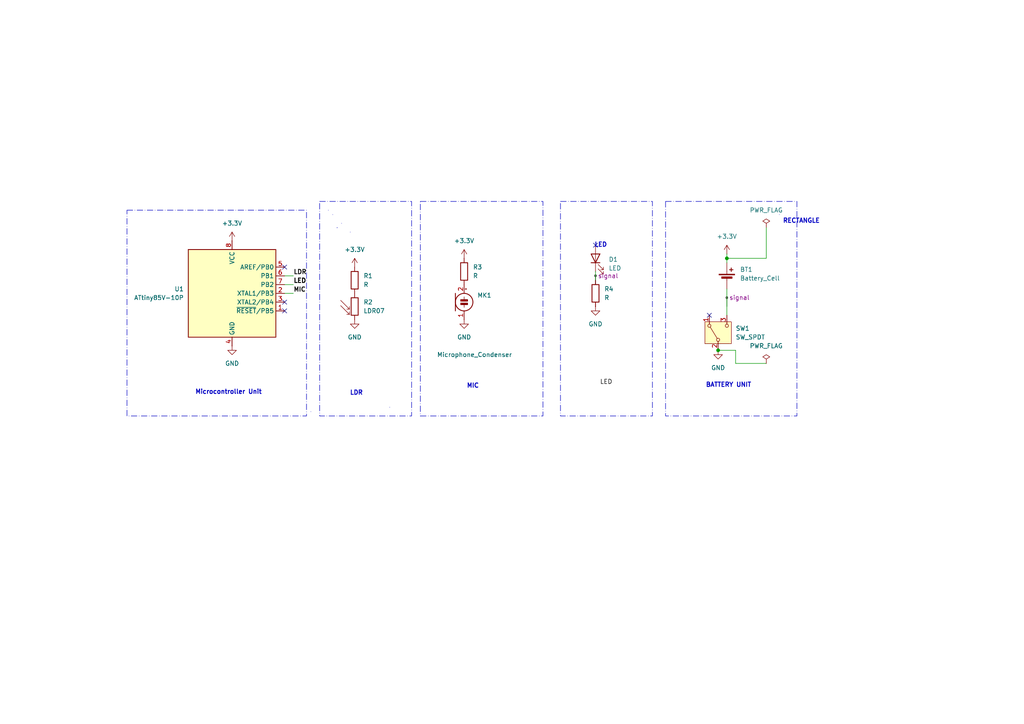
<source format=kicad_sch>
(kicad_sch
	(version 20250114)
	(generator "eeschema")
	(generator_version "9.0")
	(uuid "4a83e9b2-a010-4a8c-9ccd-d63e28b4c961")
	(paper "A4")
	(title_block
		(title "Digital Diya")
		(date "2025-06-14")
		(rev "2")
		(company "Ankur")
		(comment 1 "Hey newbie there")
	)
	(lib_symbols
		(symbol "Device:Battery_Cell"
			(pin_numbers
				(hide yes)
			)
			(pin_names
				(offset 0)
				(hide yes)
			)
			(exclude_from_sim no)
			(in_bom yes)
			(on_board yes)
			(property "Reference" "BT"
				(at 2.54 2.54 0)
				(effects
					(font
						(size 1.27 1.27)
					)
					(justify left)
				)
			)
			(property "Value" "Battery_Cell"
				(at 2.54 0 0)
				(effects
					(font
						(size 1.27 1.27)
					)
					(justify left)
				)
			)
			(property "Footprint" ""
				(at 0 1.524 90)
				(effects
					(font
						(size 1.27 1.27)
					)
					(hide yes)
				)
			)
			(property "Datasheet" "~"
				(at 0 1.524 90)
				(effects
					(font
						(size 1.27 1.27)
					)
					(hide yes)
				)
			)
			(property "Description" "Single-cell battery"
				(at 0 0 0)
				(effects
					(font
						(size 1.27 1.27)
					)
					(hide yes)
				)
			)
			(property "ki_keywords" "battery cell"
				(at 0 0 0)
				(effects
					(font
						(size 1.27 1.27)
					)
					(hide yes)
				)
			)
			(symbol "Battery_Cell_0_1"
				(rectangle
					(start -2.286 1.778)
					(end 2.286 1.524)
					(stroke
						(width 0)
						(type default)
					)
					(fill
						(type outline)
					)
				)
				(rectangle
					(start -1.524 1.016)
					(end 1.524 0.508)
					(stroke
						(width 0)
						(type default)
					)
					(fill
						(type outline)
					)
				)
				(polyline
					(pts
						(xy 0 1.778) (xy 0 2.54)
					)
					(stroke
						(width 0)
						(type default)
					)
					(fill
						(type none)
					)
				)
				(polyline
					(pts
						(xy 0 0.762) (xy 0 0)
					)
					(stroke
						(width 0)
						(type default)
					)
					(fill
						(type none)
					)
				)
				(polyline
					(pts
						(xy 0.762 3.048) (xy 1.778 3.048)
					)
					(stroke
						(width 0.254)
						(type default)
					)
					(fill
						(type none)
					)
				)
				(polyline
					(pts
						(xy 1.27 3.556) (xy 1.27 2.54)
					)
					(stroke
						(width 0.254)
						(type default)
					)
					(fill
						(type none)
					)
				)
			)
			(symbol "Battery_Cell_1_1"
				(pin passive line
					(at 0 5.08 270)
					(length 2.54)
					(name "+"
						(effects
							(font
								(size 1.27 1.27)
							)
						)
					)
					(number "1"
						(effects
							(font
								(size 1.27 1.27)
							)
						)
					)
				)
				(pin passive line
					(at 0 -2.54 90)
					(length 2.54)
					(name "-"
						(effects
							(font
								(size 1.27 1.27)
							)
						)
					)
					(number "2"
						(effects
							(font
								(size 1.27 1.27)
							)
						)
					)
				)
			)
			(embedded_fonts no)
		)
		(symbol "Device:LED"
			(pin_numbers
				(hide yes)
			)
			(pin_names
				(offset 1.016)
				(hide yes)
			)
			(exclude_from_sim no)
			(in_bom yes)
			(on_board yes)
			(property "Reference" "D"
				(at 0 2.54 0)
				(effects
					(font
						(size 1.27 1.27)
					)
				)
			)
			(property "Value" "LED"
				(at 0 -2.54 0)
				(effects
					(font
						(size 1.27 1.27)
					)
				)
			)
			(property "Footprint" ""
				(at 0 0 0)
				(effects
					(font
						(size 1.27 1.27)
					)
					(hide yes)
				)
			)
			(property "Datasheet" "~"
				(at 0 0 0)
				(effects
					(font
						(size 1.27 1.27)
					)
					(hide yes)
				)
			)
			(property "Description" "Light emitting diode"
				(at 0 0 0)
				(effects
					(font
						(size 1.27 1.27)
					)
					(hide yes)
				)
			)
			(property "Sim.Pins" "1=K 2=A"
				(at 0 0 0)
				(effects
					(font
						(size 1.27 1.27)
					)
					(hide yes)
				)
			)
			(property "ki_keywords" "LED diode"
				(at 0 0 0)
				(effects
					(font
						(size 1.27 1.27)
					)
					(hide yes)
				)
			)
			(property "ki_fp_filters" "LED* LED_SMD:* LED_THT:*"
				(at 0 0 0)
				(effects
					(font
						(size 1.27 1.27)
					)
					(hide yes)
				)
			)
			(symbol "LED_0_1"
				(polyline
					(pts
						(xy -3.048 -0.762) (xy -4.572 -2.286) (xy -3.81 -2.286) (xy -4.572 -2.286) (xy -4.572 -1.524)
					)
					(stroke
						(width 0)
						(type default)
					)
					(fill
						(type none)
					)
				)
				(polyline
					(pts
						(xy -1.778 -0.762) (xy -3.302 -2.286) (xy -2.54 -2.286) (xy -3.302 -2.286) (xy -3.302 -1.524)
					)
					(stroke
						(width 0)
						(type default)
					)
					(fill
						(type none)
					)
				)
				(polyline
					(pts
						(xy -1.27 0) (xy 1.27 0)
					)
					(stroke
						(width 0)
						(type default)
					)
					(fill
						(type none)
					)
				)
				(polyline
					(pts
						(xy -1.27 -1.27) (xy -1.27 1.27)
					)
					(stroke
						(width 0.254)
						(type default)
					)
					(fill
						(type none)
					)
				)
				(polyline
					(pts
						(xy 1.27 -1.27) (xy 1.27 1.27) (xy -1.27 0) (xy 1.27 -1.27)
					)
					(stroke
						(width 0.254)
						(type default)
					)
					(fill
						(type none)
					)
				)
			)
			(symbol "LED_1_1"
				(pin passive line
					(at -3.81 0 0)
					(length 2.54)
					(name "K"
						(effects
							(font
								(size 1.27 1.27)
							)
						)
					)
					(number "1"
						(effects
							(font
								(size 1.27 1.27)
							)
						)
					)
				)
				(pin passive line
					(at 3.81 0 180)
					(length 2.54)
					(name "A"
						(effects
							(font
								(size 1.27 1.27)
							)
						)
					)
					(number "2"
						(effects
							(font
								(size 1.27 1.27)
							)
						)
					)
				)
			)
			(embedded_fonts no)
		)
		(symbol "Device:Microphone_Condenser"
			(pin_names
				(offset 0.0254)
				(hide yes)
			)
			(exclude_from_sim no)
			(in_bom yes)
			(on_board yes)
			(property "Reference" "MK"
				(at -3.302 1.27 0)
				(effects
					(font
						(size 1.27 1.27)
					)
					(justify right)
				)
			)
			(property "Value" "Microphone_Condenser"
				(at -3.302 -0.635 0)
				(effects
					(font
						(size 1.27 1.27)
					)
					(justify right)
				)
			)
			(property "Footprint" ""
				(at 0 2.54 90)
				(effects
					(font
						(size 1.27 1.27)
					)
					(hide yes)
				)
			)
			(property "Datasheet" "~"
				(at 0 2.54 90)
				(effects
					(font
						(size 1.27 1.27)
					)
					(hide yes)
				)
			)
			(property "Description" "Condenser microphone"
				(at 0 0 0)
				(effects
					(font
						(size 1.27 1.27)
					)
					(hide yes)
				)
			)
			(property "ki_keywords" "capacitance condenser microphone"
				(at 0 0 0)
				(effects
					(font
						(size 1.27 1.27)
					)
					(hide yes)
				)
			)
			(symbol "Microphone_Condenser_0_1"
				(polyline
					(pts
						(xy -2.54 2.54) (xy -2.54 -2.54)
					)
					(stroke
						(width 0.254)
						(type default)
					)
					(fill
						(type none)
					)
				)
				(polyline
					(pts
						(xy 0 0.762) (xy 0 1.524)
					)
					(stroke
						(width 0)
						(type default)
					)
					(fill
						(type none)
					)
				)
				(circle
					(center 0 0)
					(radius 2.54)
					(stroke
						(width 0.254)
						(type default)
					)
					(fill
						(type none)
					)
				)
				(polyline
					(pts
						(xy 0 -0.762) (xy 0 -1.524)
					)
					(stroke
						(width 0)
						(type default)
					)
					(fill
						(type none)
					)
				)
				(polyline
					(pts
						(xy 0.254 3.81) (xy 0.762 3.81)
					)
					(stroke
						(width 0)
						(type default)
					)
					(fill
						(type none)
					)
				)
				(polyline
					(pts
						(xy 0.508 4.064) (xy 0.508 3.556)
					)
					(stroke
						(width 0)
						(type default)
					)
					(fill
						(type none)
					)
				)
				(rectangle
					(start 1.016 0.762)
					(end -1.016 0.254)
					(stroke
						(width 0)
						(type default)
					)
					(fill
						(type outline)
					)
				)
				(rectangle
					(start 1.016 -0.254)
					(end -1.016 -0.762)
					(stroke
						(width 0)
						(type default)
					)
					(fill
						(type outline)
					)
				)
			)
			(symbol "Microphone_Condenser_1_1"
				(pin passive line
					(at 0 5.08 270)
					(length 2.54)
					(name "+"
						(effects
							(font
								(size 1.27 1.27)
							)
						)
					)
					(number "2"
						(effects
							(font
								(size 1.27 1.27)
							)
						)
					)
				)
				(pin passive line
					(at 0 -5.08 90)
					(length 2.54)
					(name "-"
						(effects
							(font
								(size 1.27 1.27)
							)
						)
					)
					(number "1"
						(effects
							(font
								(size 1.27 1.27)
							)
						)
					)
				)
			)
			(embedded_fonts no)
		)
		(symbol "Device:R"
			(pin_numbers
				(hide yes)
			)
			(pin_names
				(offset 0)
			)
			(exclude_from_sim no)
			(in_bom yes)
			(on_board yes)
			(property "Reference" "R"
				(at 2.032 0 90)
				(effects
					(font
						(size 1.27 1.27)
					)
				)
			)
			(property "Value" "R"
				(at 0 0 90)
				(effects
					(font
						(size 1.27 1.27)
					)
				)
			)
			(property "Footprint" ""
				(at -1.778 0 90)
				(effects
					(font
						(size 1.27 1.27)
					)
					(hide yes)
				)
			)
			(property "Datasheet" "~"
				(at 0 0 0)
				(effects
					(font
						(size 1.27 1.27)
					)
					(hide yes)
				)
			)
			(property "Description" "Resistor"
				(at 0 0 0)
				(effects
					(font
						(size 1.27 1.27)
					)
					(hide yes)
				)
			)
			(property "ki_keywords" "R res resistor"
				(at 0 0 0)
				(effects
					(font
						(size 1.27 1.27)
					)
					(hide yes)
				)
			)
			(property "ki_fp_filters" "R_*"
				(at 0 0 0)
				(effects
					(font
						(size 1.27 1.27)
					)
					(hide yes)
				)
			)
			(symbol "R_0_1"
				(rectangle
					(start -1.016 -2.54)
					(end 1.016 2.54)
					(stroke
						(width 0.254)
						(type default)
					)
					(fill
						(type none)
					)
				)
			)
			(symbol "R_1_1"
				(pin passive line
					(at 0 3.81 270)
					(length 1.27)
					(name "~"
						(effects
							(font
								(size 1.27 1.27)
							)
						)
					)
					(number "1"
						(effects
							(font
								(size 1.27 1.27)
							)
						)
					)
				)
				(pin passive line
					(at 0 -3.81 90)
					(length 1.27)
					(name "~"
						(effects
							(font
								(size 1.27 1.27)
							)
						)
					)
					(number "2"
						(effects
							(font
								(size 1.27 1.27)
							)
						)
					)
				)
			)
			(embedded_fonts no)
		)
		(symbol "MCU_Microchip_ATtiny:ATtiny85V-10P"
			(exclude_from_sim no)
			(in_bom yes)
			(on_board yes)
			(property "Reference" "U"
				(at -12.7 13.97 0)
				(effects
					(font
						(size 1.27 1.27)
					)
					(justify left bottom)
				)
			)
			(property "Value" "ATtiny85V-10P"
				(at 2.54 -13.97 0)
				(effects
					(font
						(size 1.27 1.27)
					)
					(justify left top)
				)
			)
			(property "Footprint" "Package_DIP:DIP-8_W7.62mm"
				(at 0 0 0)
				(effects
					(font
						(size 1.27 1.27)
						(italic yes)
					)
					(hide yes)
				)
			)
			(property "Datasheet" "http://ww1.microchip.com/downloads/en/DeviceDoc/atmel-2586-avr-8-bit-microcontroller-attiny25-attiny45-attiny85_datasheet.pdf"
				(at 0 0 0)
				(effects
					(font
						(size 1.27 1.27)
					)
					(hide yes)
				)
			)
			(property "Description" "10MHz, 8kB Flash, 512B SRAM, 512B EEPROM, debugWIRE, DIP-8"
				(at 0 0 0)
				(effects
					(font
						(size 1.27 1.27)
					)
					(hide yes)
				)
			)
			(property "ki_keywords" "AVR 8bit Microcontroller tinyAVR"
				(at 0 0 0)
				(effects
					(font
						(size 1.27 1.27)
					)
					(hide yes)
				)
			)
			(property "ki_fp_filters" "DIP*W7.62mm*"
				(at 0 0 0)
				(effects
					(font
						(size 1.27 1.27)
					)
					(hide yes)
				)
			)
			(symbol "ATtiny85V-10P_0_1"
				(rectangle
					(start -12.7 -12.7)
					(end 12.7 12.7)
					(stroke
						(width 0.254)
						(type default)
					)
					(fill
						(type background)
					)
				)
			)
			(symbol "ATtiny85V-10P_1_1"
				(pin power_in line
					(at 0 15.24 270)
					(length 2.54)
					(name "VCC"
						(effects
							(font
								(size 1.27 1.27)
							)
						)
					)
					(number "8"
						(effects
							(font
								(size 1.27 1.27)
							)
						)
					)
				)
				(pin power_in line
					(at 0 -15.24 90)
					(length 2.54)
					(name "GND"
						(effects
							(font
								(size 1.27 1.27)
							)
						)
					)
					(number "4"
						(effects
							(font
								(size 1.27 1.27)
							)
						)
					)
				)
				(pin bidirectional line
					(at 15.24 7.62 180)
					(length 2.54)
					(name "AREF/PB0"
						(effects
							(font
								(size 1.27 1.27)
							)
						)
					)
					(number "5"
						(effects
							(font
								(size 1.27 1.27)
							)
						)
					)
				)
				(pin bidirectional line
					(at 15.24 5.08 180)
					(length 2.54)
					(name "PB1"
						(effects
							(font
								(size 1.27 1.27)
							)
						)
					)
					(number "6"
						(effects
							(font
								(size 1.27 1.27)
							)
						)
					)
				)
				(pin bidirectional line
					(at 15.24 2.54 180)
					(length 2.54)
					(name "PB2"
						(effects
							(font
								(size 1.27 1.27)
							)
						)
					)
					(number "7"
						(effects
							(font
								(size 1.27 1.27)
							)
						)
					)
				)
				(pin bidirectional line
					(at 15.24 0 180)
					(length 2.54)
					(name "XTAL1/PB3"
						(effects
							(font
								(size 1.27 1.27)
							)
						)
					)
					(number "2"
						(effects
							(font
								(size 1.27 1.27)
							)
						)
					)
				)
				(pin bidirectional line
					(at 15.24 -2.54 180)
					(length 2.54)
					(name "XTAL2/PB4"
						(effects
							(font
								(size 1.27 1.27)
							)
						)
					)
					(number "3"
						(effects
							(font
								(size 1.27 1.27)
							)
						)
					)
				)
				(pin bidirectional line
					(at 15.24 -5.08 180)
					(length 2.54)
					(name "~{RESET}/PB5"
						(effects
							(font
								(size 1.27 1.27)
							)
						)
					)
					(number "1"
						(effects
							(font
								(size 1.27 1.27)
							)
						)
					)
				)
			)
			(embedded_fonts no)
		)
		(symbol "Sensor_Optical:LDR07"
			(pin_numbers
				(hide yes)
			)
			(pin_names
				(offset 0)
			)
			(exclude_from_sim no)
			(in_bom yes)
			(on_board yes)
			(property "Reference" "R"
				(at -5.08 0 90)
				(effects
					(font
						(size 1.27 1.27)
					)
				)
			)
			(property "Value" "LDR07"
				(at 1.905 0 90)
				(effects
					(font
						(size 1.27 1.27)
					)
					(justify top)
				)
			)
			(property "Footprint" "OptoDevice:R_LDR_5.1x4.3mm_P3.4mm_Vertical"
				(at 4.445 0 90)
				(effects
					(font
						(size 1.27 1.27)
					)
					(hide yes)
				)
			)
			(property "Datasheet" "http://www.tme.eu/de/Document/f2e3ad76a925811312d226c31da4cd7e/LDR07.pdf"
				(at 0 -1.27 0)
				(effects
					(font
						(size 1.27 1.27)
					)
					(hide yes)
				)
			)
			(property "Description" "light dependent resistor"
				(at 0 0 0)
				(effects
					(font
						(size 1.27 1.27)
					)
					(hide yes)
				)
			)
			(property "ki_keywords" "light dependent photo resistor LDR"
				(at 0 0 0)
				(effects
					(font
						(size 1.27 1.27)
					)
					(hide yes)
				)
			)
			(property "ki_fp_filters" "R*LDR*5.1x4.3mm*P3.4mm*"
				(at 0 0 0)
				(effects
					(font
						(size 1.27 1.27)
					)
					(hide yes)
				)
			)
			(symbol "LDR07_0_1"
				(polyline
					(pts
						(xy -1.524 -0.762) (xy -4.064 1.778)
					)
					(stroke
						(width 0)
						(type default)
					)
					(fill
						(type none)
					)
				)
				(polyline
					(pts
						(xy -1.524 -0.762) (xy -2.286 -0.762)
					)
					(stroke
						(width 0)
						(type default)
					)
					(fill
						(type none)
					)
				)
				(polyline
					(pts
						(xy -1.524 -0.762) (xy -1.524 0)
					)
					(stroke
						(width 0)
						(type default)
					)
					(fill
						(type none)
					)
				)
				(polyline
					(pts
						(xy -1.524 -2.286) (xy -4.064 0.254)
					)
					(stroke
						(width 0)
						(type default)
					)
					(fill
						(type none)
					)
				)
				(polyline
					(pts
						(xy -1.524 -2.286) (xy -2.286 -2.286)
					)
					(stroke
						(width 0)
						(type default)
					)
					(fill
						(type none)
					)
				)
				(polyline
					(pts
						(xy -1.524 -2.286) (xy -1.524 -1.524)
					)
					(stroke
						(width 0)
						(type default)
					)
					(fill
						(type none)
					)
				)
				(rectangle
					(start -1.016 2.54)
					(end 1.016 -2.54)
					(stroke
						(width 0.254)
						(type default)
					)
					(fill
						(type none)
					)
				)
			)
			(symbol "LDR07_1_1"
				(pin passive line
					(at 0 3.81 270)
					(length 1.27)
					(name "~"
						(effects
							(font
								(size 1.27 1.27)
							)
						)
					)
					(number "1"
						(effects
							(font
								(size 1.27 1.27)
							)
						)
					)
				)
				(pin passive line
					(at 0 -3.81 90)
					(length 1.27)
					(name "~"
						(effects
							(font
								(size 1.27 1.27)
							)
						)
					)
					(number "2"
						(effects
							(font
								(size 1.27 1.27)
							)
						)
					)
				)
			)
			(embedded_fonts no)
		)
		(symbol "Switch:SW_SPDT"
			(pin_names
				(offset 0)
				(hide yes)
			)
			(exclude_from_sim no)
			(in_bom yes)
			(on_board yes)
			(property "Reference" "SW"
				(at 0 5.08 0)
				(effects
					(font
						(size 1.27 1.27)
					)
				)
			)
			(property "Value" "SW_SPDT"
				(at 0 -5.08 0)
				(effects
					(font
						(size 1.27 1.27)
					)
				)
			)
			(property "Footprint" ""
				(at 0 0 0)
				(effects
					(font
						(size 1.27 1.27)
					)
					(hide yes)
				)
			)
			(property "Datasheet" "~"
				(at 0 -7.62 0)
				(effects
					(font
						(size 1.27 1.27)
					)
					(hide yes)
				)
			)
			(property "Description" "Switch, single pole double throw"
				(at 0 0 0)
				(effects
					(font
						(size 1.27 1.27)
					)
					(hide yes)
				)
			)
			(property "ki_keywords" "switch single-pole double-throw spdt ON-ON"
				(at 0 0 0)
				(effects
					(font
						(size 1.27 1.27)
					)
					(hide yes)
				)
			)
			(symbol "SW_SPDT_0_1"
				(circle
					(center -2.032 0)
					(radius 0.4572)
					(stroke
						(width 0)
						(type default)
					)
					(fill
						(type none)
					)
				)
				(polyline
					(pts
						(xy -1.651 0.254) (xy 1.651 2.286)
					)
					(stroke
						(width 0)
						(type default)
					)
					(fill
						(type none)
					)
				)
				(circle
					(center 2.032 2.54)
					(radius 0.4572)
					(stroke
						(width 0)
						(type default)
					)
					(fill
						(type none)
					)
				)
				(circle
					(center 2.032 -2.54)
					(radius 0.4572)
					(stroke
						(width 0)
						(type default)
					)
					(fill
						(type none)
					)
				)
			)
			(symbol "SW_SPDT_1_1"
				(rectangle
					(start -3.175 3.81)
					(end 3.175 -3.81)
					(stroke
						(width 0)
						(type default)
					)
					(fill
						(type background)
					)
				)
				(pin passive line
					(at -5.08 0 0)
					(length 2.54)
					(name "B"
						(effects
							(font
								(size 1.27 1.27)
							)
						)
					)
					(number "2"
						(effects
							(font
								(size 1.27 1.27)
							)
						)
					)
				)
				(pin passive line
					(at 5.08 2.54 180)
					(length 2.54)
					(name "A"
						(effects
							(font
								(size 1.27 1.27)
							)
						)
					)
					(number "1"
						(effects
							(font
								(size 1.27 1.27)
							)
						)
					)
				)
				(pin passive line
					(at 5.08 -2.54 180)
					(length 2.54)
					(name "C"
						(effects
							(font
								(size 1.27 1.27)
							)
						)
					)
					(number "3"
						(effects
							(font
								(size 1.27 1.27)
							)
						)
					)
				)
			)
			(embedded_fonts no)
		)
		(symbol "power:+3.3V"
			(power)
			(pin_numbers
				(hide yes)
			)
			(pin_names
				(offset 0)
				(hide yes)
			)
			(exclude_from_sim no)
			(in_bom yes)
			(on_board yes)
			(property "Reference" "#PWR"
				(at 0 -3.81 0)
				(effects
					(font
						(size 1.27 1.27)
					)
					(hide yes)
				)
			)
			(property "Value" "+3.3V"
				(at 0 3.556 0)
				(effects
					(font
						(size 1.27 1.27)
					)
				)
			)
			(property "Footprint" ""
				(at 0 0 0)
				(effects
					(font
						(size 1.27 1.27)
					)
					(hide yes)
				)
			)
			(property "Datasheet" ""
				(at 0 0 0)
				(effects
					(font
						(size 1.27 1.27)
					)
					(hide yes)
				)
			)
			(property "Description" "Power symbol creates a global label with name \"+3.3V\""
				(at 0 0 0)
				(effects
					(font
						(size 1.27 1.27)
					)
					(hide yes)
				)
			)
			(property "ki_keywords" "global power"
				(at 0 0 0)
				(effects
					(font
						(size 1.27 1.27)
					)
					(hide yes)
				)
			)
			(symbol "+3.3V_0_1"
				(polyline
					(pts
						(xy -0.762 1.27) (xy 0 2.54)
					)
					(stroke
						(width 0)
						(type default)
					)
					(fill
						(type none)
					)
				)
				(polyline
					(pts
						(xy 0 2.54) (xy 0.762 1.27)
					)
					(stroke
						(width 0)
						(type default)
					)
					(fill
						(type none)
					)
				)
				(polyline
					(pts
						(xy 0 0) (xy 0 2.54)
					)
					(stroke
						(width 0)
						(type default)
					)
					(fill
						(type none)
					)
				)
			)
			(symbol "+3.3V_1_1"
				(pin power_in line
					(at 0 0 90)
					(length 0)
					(name "~"
						(effects
							(font
								(size 1.27 1.27)
							)
						)
					)
					(number "1"
						(effects
							(font
								(size 1.27 1.27)
							)
						)
					)
				)
			)
			(embedded_fonts no)
		)
		(symbol "power:GND"
			(power)
			(pin_numbers
				(hide yes)
			)
			(pin_names
				(offset 0)
				(hide yes)
			)
			(exclude_from_sim no)
			(in_bom yes)
			(on_board yes)
			(property "Reference" "#PWR"
				(at 0 -6.35 0)
				(effects
					(font
						(size 1.27 1.27)
					)
					(hide yes)
				)
			)
			(property "Value" "GND"
				(at 0 -3.81 0)
				(effects
					(font
						(size 1.27 1.27)
					)
				)
			)
			(property "Footprint" ""
				(at 0 0 0)
				(effects
					(font
						(size 1.27 1.27)
					)
					(hide yes)
				)
			)
			(property "Datasheet" ""
				(at 0 0 0)
				(effects
					(font
						(size 1.27 1.27)
					)
					(hide yes)
				)
			)
			(property "Description" "Power symbol creates a global label with name \"GND\" , ground"
				(at 0 0 0)
				(effects
					(font
						(size 1.27 1.27)
					)
					(hide yes)
				)
			)
			(property "ki_keywords" "global power"
				(at 0 0 0)
				(effects
					(font
						(size 1.27 1.27)
					)
					(hide yes)
				)
			)
			(symbol "GND_0_1"
				(polyline
					(pts
						(xy 0 0) (xy 0 -1.27) (xy 1.27 -1.27) (xy 0 -2.54) (xy -1.27 -1.27) (xy 0 -1.27)
					)
					(stroke
						(width 0)
						(type default)
					)
					(fill
						(type none)
					)
				)
			)
			(symbol "GND_1_1"
				(pin power_in line
					(at 0 0 270)
					(length 0)
					(name "~"
						(effects
							(font
								(size 1.27 1.27)
							)
						)
					)
					(number "1"
						(effects
							(font
								(size 1.27 1.27)
							)
						)
					)
				)
			)
			(embedded_fonts no)
		)
		(symbol "power:PWR_FLAG"
			(power)
			(pin_numbers
				(hide yes)
			)
			(pin_names
				(offset 0)
				(hide yes)
			)
			(exclude_from_sim no)
			(in_bom yes)
			(on_board yes)
			(property "Reference" "#FLG"
				(at 0 1.905 0)
				(effects
					(font
						(size 1.27 1.27)
					)
					(hide yes)
				)
			)
			(property "Value" "PWR_FLAG"
				(at 0 3.81 0)
				(effects
					(font
						(size 1.27 1.27)
					)
				)
			)
			(property "Footprint" ""
				(at 0 0 0)
				(effects
					(font
						(size 1.27 1.27)
					)
					(hide yes)
				)
			)
			(property "Datasheet" "~"
				(at 0 0 0)
				(effects
					(font
						(size 1.27 1.27)
					)
					(hide yes)
				)
			)
			(property "Description" "Special symbol for telling ERC where power comes from"
				(at 0 0 0)
				(effects
					(font
						(size 1.27 1.27)
					)
					(hide yes)
				)
			)
			(property "ki_keywords" "flag power"
				(at 0 0 0)
				(effects
					(font
						(size 1.27 1.27)
					)
					(hide yes)
				)
			)
			(symbol "PWR_FLAG_0_0"
				(pin power_out line
					(at 0 0 90)
					(length 0)
					(name "~"
						(effects
							(font
								(size 1.27 1.27)
							)
						)
					)
					(number "1"
						(effects
							(font
								(size 1.27 1.27)
							)
						)
					)
				)
			)
			(symbol "PWR_FLAG_0_1"
				(polyline
					(pts
						(xy 0 0) (xy 0 1.27) (xy -1.016 1.905) (xy 0 2.54) (xy 1.016 1.905) (xy 0 1.27)
					)
					(stroke
						(width 0)
						(type default)
					)
					(fill
						(type none)
					)
				)
			)
			(embedded_fonts no)
		)
	)
	(rectangle
		(start 97.79 66.04)
		(end 97.79 66.04)
		(stroke
			(width 0)
			(type default)
		)
		(fill
			(type none)
		)
		(uuid 00d969fc-ad4e-42df-abe4-ef70b6cfeee4)
	)
	(rectangle
		(start 95.25 60.96)
		(end 95.25 60.96)
		(stroke
			(width 0)
			(type default)
		)
		(fill
			(type none)
		)
		(uuid 12a65490-8cb2-4daa-a78f-ec193d23594c)
	)
	(rectangle
		(start 121.92 58.42)
		(end 157.48 120.65)
		(stroke
			(width 0)
			(type dash_dot)
		)
		(fill
			(type none)
		)
		(uuid 272ed75c-38b9-4518-87c7-fd06079ab057)
	)
	(rectangle
		(start 193.04 58.42)
		(end 231.14 120.65)
		(stroke
			(width 0)
			(type dash_dot)
		)
		(fill
			(type none)
		)
		(uuid 2f70585a-e506-4264-9e0c-c893ebbc3c65)
	)
	(rectangle
		(start 36.83 60.96)
		(end 88.9 120.65)
		(stroke
			(width 0)
			(type dash_dot)
		)
		(fill
			(type none)
		)
		(uuid 6a67bfd8-9f3a-458e-83e3-565d25bbffe3)
	)
	(rectangle
		(start 97.79 66.04)
		(end 97.79 66.04)
		(stroke
			(width 0)
			(type default)
		)
		(fill
			(type none)
		)
		(uuid 78bfb032-03dd-487a-8319-ba5f4a033878)
	)
	(rectangle
		(start 99.06 64.77)
		(end 99.06 64.77)
		(stroke
			(width 0)
			(type default)
		)
		(fill
			(type none)
		)
		(uuid 8b26bad5-fd3b-40d0-8f04-1dac74b2a014)
	)
	(rectangle
		(start 90.17 119.38)
		(end 90.17 119.38)
		(stroke
			(width 0)
			(type default)
		)
		(fill
			(type none)
		)
		(uuid 8c53f7df-2d09-47b7-a76c-60ee90576912)
	)
	(rectangle
		(start 97.79 66.04)
		(end 97.79 66.04)
		(stroke
			(width 0)
			(type default)
		)
		(fill
			(type none)
		)
		(uuid 9d4757a6-bcf4-4cf4-8d29-1b4759b2e254)
	)
	(rectangle
		(start 101.6 67.31)
		(end 101.6 67.31)
		(stroke
			(width 0)
			(type default)
		)
		(fill
			(type none)
		)
		(uuid ad060387-de8b-46c5-99bc-58c3775437a7)
	)
	(rectangle
		(start 96.52 62.23)
		(end 96.52 62.23)
		(stroke
			(width 0)
			(type default)
		)
		(fill
			(type none)
		)
		(uuid b7ec81a7-bb0a-4636-91ef-7c1f8a8b5ac3)
	)
	(rectangle
		(start 162.56 58.42)
		(end 189.23 120.65)
		(stroke
			(width 0)
			(type dash_dot)
		)
		(fill
			(type none)
		)
		(uuid c59918e4-b300-4ff5-88ee-d4db5f2c7a78)
	)
	(rectangle
		(start 97.79 66.04)
		(end 97.79 66.04)
		(stroke
			(width 0)
			(type default)
		)
		(fill
			(type none)
		)
		(uuid e26bfaf6-5bae-4e0f-a252-c873fb60f6bd)
	)
	(rectangle
		(start 92.71 58.42)
		(end 119.38 120.65)
		(stroke
			(width 0)
			(type dash_dot)
		)
		(fill
			(type none)
		)
		(uuid ee2fd0a2-e910-4207-9549-d302e8f3d491)
	)
	(rectangle
		(start 113.03 118.11)
		(end 113.03 118.11)
		(stroke
			(width 0)
			(type default)
		)
		(fill
			(type none)
		)
		(uuid f515a0ea-aac9-429f-969e-24f95e91b149)
	)
	(rectangle
		(start 121.92 120.65)
		(end 121.92 120.65)
		(stroke
			(width 0)
			(type default)
		)
		(fill
			(type none)
		)
		(uuid fa6e192f-35d3-41f0-b18e-2224731ef28d)
	)
	(text "MIC\n\n"
		(exclude_from_sim no)
		(at 137.16 113.03 0)
		(effects
			(font
				(size 1.27 1.27)
				(thickness 0.254)
				(bold yes)
			)
		)
		(uuid "18c246f0-04bb-4e4a-921e-c10b4f56b68f")
	)
	(text "LED"
		(exclude_from_sim no)
		(at 174.244 71.12 0)
		(effects
			(font
				(size 1.27 1.27)
				(thickness 0.254)
				(bold yes)
			)
		)
		(uuid "25a941f0-caa9-467a-af91-7ac7e750c140")
	)
	(text "BATTERY UNIT\n"
		(exclude_from_sim no)
		(at 211.328 111.76 0)
		(effects
			(font
				(size 1.27 1.27)
				(thickness 0.254)
				(bold yes)
			)
		)
		(uuid "64017762-630f-421c-bdd1-e372ee821e4a")
	)
	(text "Microcontroller Unit"
		(exclude_from_sim no)
		(at 66.294 113.792 0)
		(effects
			(font
				(size 1.27 1.27)
				(thickness 0.254)
				(bold yes)
			)
		)
		(uuid "b0666eb3-7563-45a3-8e71-846f4c43eb35")
	)
	(text "LDR\n"
		(exclude_from_sim no)
		(at 103.378 114.046 0)
		(effects
			(font
				(size 1.27 1.27)
				(thickness 0.254)
				(bold yes)
			)
		)
		(uuid "c189b152-7b2a-44fd-a4ec-e4e0f73a47a4")
	)
	(text_box "RECTANGLE\n"
		(exclude_from_sim no)
		(at 226.06 62.23 0)
		(size 0 0)
		(margins 0.9525 0.9525 0.9525 0.9525)
		(stroke
			(width 0)
			(type solid)
		)
		(fill
			(type none)
		)
		(effects
			(font
				(size 1.27 1.27)
				(thickness 0.254)
				(bold yes)
			)
			(justify left top)
		)
		(uuid "12d9008a-f7ba-446e-b99b-257f3d2a183b")
	)
	(junction
		(at 208.28 101.6)
		(diameter 0)
		(color 0 0 0 0)
		(uuid "19c8195e-b8ef-4508-849a-34c396af7e50")
	)
	(junction
		(at 210.82 74.93)
		(diameter 0)
		(color 0 0 0 0)
		(uuid "4066d1b0-f36a-4ee4-b8ea-f5154ba9d3cf")
	)
	(no_connect
		(at 82.55 90.17)
		(uuid "1a1a79ca-6cc3-498e-b9bc-233c56101ce9")
	)
	(no_connect
		(at 172.72 71.12)
		(uuid "3f5f009c-5ac8-4227-9279-c50f59fa5226")
	)
	(no_connect
		(at 82.55 77.47)
		(uuid "d2421595-f0ce-4a15-89ad-61f014ffa3e9")
	)
	(no_connect
		(at 82.55 87.63)
		(uuid "dfc8aa0c-a204-4866-80cd-645092392fd0")
	)
	(no_connect
		(at 205.74 91.44)
		(uuid "feb9ec3e-4519-4836-8673-1d94fac2ae22")
	)
	(wire
		(pts
			(xy 210.82 74.93) (xy 210.82 73.66)
		)
		(stroke
			(width 0)
			(type default)
		)
		(uuid "0ff61c28-30e1-47b5-ba78-6b0304949f5f")
	)
	(wire
		(pts
			(xy 85.09 82.55) (xy 82.55 82.55)
		)
		(stroke
			(width 0)
			(type default)
		)
		(uuid "1f8c7942-f646-48ea-8b12-e9835f42ae0f")
	)
	(wire
		(pts
			(xy 222.25 74.93) (xy 222.25 66.04)
		)
		(stroke
			(width 0)
			(type default)
		)
		(uuid "32ea6434-9317-4e74-a68d-7d9763b4e628")
	)
	(wire
		(pts
			(xy 213.36 101.6) (xy 208.28 101.6)
		)
		(stroke
			(width 0)
			(type default)
		)
		(uuid "3df89c4c-10c9-4a61-b8ba-c7865e98b386")
	)
	(wire
		(pts
			(xy 82.55 80.01) (xy 85.09 80.01)
		)
		(stroke
			(width 0)
			(type default)
		)
		(uuid "4769b153-f424-478a-8457-5da79f5d4708")
	)
	(wire
		(pts
			(xy 210.82 76.2) (xy 210.82 74.93)
		)
		(stroke
			(width 0)
			(type default)
		)
		(uuid "4982455f-7f2e-4fa2-8ef3-def833330798")
	)
	(wire
		(pts
			(xy 213.36 105.41) (xy 213.36 101.6)
		)
		(stroke
			(width 0)
			(type default)
		)
		(uuid "60d38a71-0caa-4050-8cb2-9f12c2a160a2")
	)
	(wire
		(pts
			(xy 222.25 105.41) (xy 213.36 105.41)
		)
		(stroke
			(width 0)
			(type default)
		)
		(uuid "988606ea-406b-49ce-94fb-5d6ab42e96d5")
	)
	(wire
		(pts
			(xy 82.55 85.09) (xy 85.09 85.09)
		)
		(stroke
			(width 0)
			(type default)
		)
		(uuid "99271865-fa49-4174-a9b3-71442a7a2853")
	)
	(wire
		(pts
			(xy 210.82 83.82) (xy 210.82 91.44)
		)
		(stroke
			(width 0)
			(type default)
		)
		(uuid "a68a6daa-43a3-44d1-b4dc-c5c4e54a1500")
	)
	(wire
		(pts
			(xy 172.72 78.74) (xy 172.72 81.28)
		)
		(stroke
			(width 0)
			(type default)
		)
		(uuid "bc925517-6c35-4556-8dc9-1f56ae923c4c")
	)
	(wire
		(pts
			(xy 210.82 74.93) (xy 222.25 74.93)
		)
		(stroke
			(width 0)
			(type default)
		)
		(uuid "d239ace7-8378-442a-b45a-4a222f72d31b")
	)
	(label "LDR"
		(at 85.09 80.01 0)
		(effects
			(font
				(size 1.27 1.27)
				(thickness 0.254)
				(bold yes)
			)
			(justify left bottom)
		)
		(uuid "4f5984ed-7d56-4010-84b2-097f132fc8fd")
	)
	(label "LED"
		(at 85.09 82.55 0)
		(effects
			(font
				(size 1.27 1.27)
				(thickness 0.254)
				(bold yes)
			)
			(justify left bottom)
		)
		(uuid "53002635-b80e-4b31-b38e-c0b47f144a23")
	)
	(label "LED"
		(at 173.99 111.76 0)
		(effects
			(font
				(size 1.27 1.27)
			)
			(justify left bottom)
		)
		(uuid "81b0786f-d3ca-4dd7-b04b-bc8c1180ca7d")
	)
	(label "LED"
		(at 85.09 82.55 0)
		(effects
			(font
				(size 1.27 1.27)
				(thickness 0.254)
				(bold yes)
			)
			(justify left bottom)
		)
		(uuid "8589f940-98b7-4844-9e54-6ce2e72286eb")
	)
	(label "MIC"
		(at 85.09 85.09 0)
		(effects
			(font
				(size 1.27 1.27)
				(thickness 0.254)
				(bold yes)
			)
			(justify left bottom)
		)
		(uuid "980e8b5a-7807-4063-ae91-bd6d19e12ead")
	)
	(netclass_flag ""
		(length 2.54)
		(shape dot)
		(at 210.82 88.9 0)
		(fields_autoplaced yes)
		(effects
			(font
				(size 1.27 1.27)
			)
			(justify left bottom)
		)
		(uuid "47dce4d0-250a-44a4-9365-a0604bffbe4e")
		(property "Netclass" ""
			(at -26.67 -1.27 0)
			(effects
				(font
					(size 1.27 1.27)
				)
			)
		)
		(property "Component Class" ""
			(at -26.67 -1.27 0)
			(effects
				(font
					(size 1.27 1.27)
					(italic yes)
				)
			)
		)
	)
	(netclass_flag ""
		(length 0.05)
		(shape dot)
		(at 210.82 86.36 0)
		(fields_autoplaced yes)
		(effects
			(font
				(size 1.27 1.27)
			)
			(justify left bottom)
		)
		(uuid "85975731-09a6-47d9-a935-d1728c5f59fc")
		(property "Netclass" "signal"
			(at 211.5185 86.31 0)
			(effects
				(font
					(size 1.27 1.27)
				)
				(justify left)
			)
		)
		(property "Component Class" ""
			(at -26.67 -3.81 0)
			(effects
				(font
					(size 1.27 1.27)
					(italic yes)
				)
			)
		)
	)
	(netclass_flag ""
		(length 2.54)
		(shape dot)
		(at 172.72 82.55 0)
		(fields_autoplaced yes)
		(effects
			(font
				(size 1.27 1.27)
			)
			(justify left bottom)
		)
		(uuid "a64d0050-7dfb-4a4b-9867-7c1d38f126e0")
		(property "Netclass" "signal"
			(at 173.4185 80.01 0)
			(effects
				(font
					(size 1.27 1.27)
				)
				(justify left)
			)
		)
		(property "Component Class" ""
			(at 0 2.54 0)
			(effects
				(font
					(size 1.27 1.27)
					(italic yes)
				)
			)
		)
	)
	(netclass_flag ""
		(length 0.05)
		(shape dot)
		(at 172.72 80.01 0)
		(fields_autoplaced yes)
		(effects
			(font
				(size 1.27 1.27)
			)
			(justify left bottom)
		)
		(uuid "fb10205b-454d-489e-86fa-fccfdcb2199e")
		(property "Netclass" ""
			(at -29.21 -5.08 0)
			(effects
				(font
					(size 1.27 1.27)
				)
			)
		)
		(property "Component Class" ""
			(at -29.21 -5.08 0)
			(effects
				(font
					(size 1.27 1.27)
					(italic yes)
				)
			)
		)
	)
	(symbol
		(lib_id "power:GND")
		(at 208.28 101.6 0)
		(unit 1)
		(exclude_from_sim no)
		(in_bom yes)
		(on_board yes)
		(dnp no)
		(fields_autoplaced yes)
		(uuid "08f65fdc-e914-417b-a9f5-0cefc3043353")
		(property "Reference" "#PWR05"
			(at 208.28 107.95 0)
			(effects
				(font
					(size 1.27 1.27)
				)
				(hide yes)
			)
		)
		(property "Value" "GND"
			(at 208.28 106.68 0)
			(effects
				(font
					(size 1.27 1.27)
				)
			)
		)
		(property "Footprint" ""
			(at 208.28 101.6 0)
			(effects
				(font
					(size 1.27 1.27)
				)
				(hide yes)
			)
		)
		(property "Datasheet" ""
			(at 208.28 101.6 0)
			(effects
				(font
					(size 1.27 1.27)
				)
				(hide yes)
			)
		)
		(property "Description" "Power symbol creates a global label with name \"GND\" , ground"
			(at 208.28 101.6 0)
			(effects
				(font
					(size 1.27 1.27)
				)
				(hide yes)
			)
		)
		(pin "1"
			(uuid "5c59782d-ea49-4d9d-b6e0-ac66417d122d")
		)
		(instances
			(project ""
				(path "/4a83e9b2-a010-4a8c-9ccd-d63e28b4c961"
					(reference "#PWR05")
					(unit 1)
				)
			)
		)
	)
	(symbol
		(lib_id "Switch:SW_SPDT")
		(at 208.28 96.52 90)
		(unit 1)
		(exclude_from_sim no)
		(in_bom yes)
		(on_board yes)
		(dnp no)
		(fields_autoplaced yes)
		(uuid "0e15e1b1-2a83-45dc-abc9-894c9ff14101")
		(property "Reference" "SW1"
			(at 213.36 95.2499 90)
			(effects
				(font
					(size 1.27 1.27)
				)
				(justify right)
			)
		)
		(property "Value" "SW_SPDT"
			(at 213.36 97.7899 90)
			(effects
				(font
					(size 1.27 1.27)
				)
				(justify right)
			)
		)
		(property "Footprint" "Button_Switch_THT:SW_Slide_SPDT_Angled_CK_OS102011MA1Q"
			(at 208.28 96.52 0)
			(effects
				(font
					(size 1.27 1.27)
				)
				(hide yes)
			)
		)
		(property "Datasheet" "~"
			(at 215.9 96.52 0)
			(effects
				(font
					(size 1.27 1.27)
				)
				(hide yes)
			)
		)
		(property "Description" "Switch, single pole double throw"
			(at 208.28 96.52 0)
			(effects
				(font
					(size 1.27 1.27)
				)
				(hide yes)
			)
		)
		(pin "2"
			(uuid "6dd8e951-fe10-4a76-b861-4e1ba97de15c")
		)
		(pin "3"
			(uuid "5f09b012-b4c1-408e-a6e0-4c4f848fe750")
		)
		(pin "1"
			(uuid "10c3c88f-8b56-48e6-a065-a229f21d2290")
		)
		(instances
			(project ""
				(path "/4a83e9b2-a010-4a8c-9ccd-d63e28b4c961"
					(reference "SW1")
					(unit 1)
				)
			)
		)
	)
	(symbol
		(lib_id "power:+3.3V")
		(at 102.87 77.47 0)
		(unit 1)
		(exclude_from_sim no)
		(in_bom yes)
		(on_board yes)
		(dnp no)
		(fields_autoplaced yes)
		(uuid "1366cb0d-3556-4ddf-a589-4f5ac06a25d2")
		(property "Reference" "#PWR08"
			(at 102.87 81.28 0)
			(effects
				(font
					(size 1.27 1.27)
				)
				(hide yes)
			)
		)
		(property "Value" "+3.3V"
			(at 102.87 72.39 0)
			(effects
				(font
					(size 1.27 1.27)
				)
			)
		)
		(property "Footprint" ""
			(at 102.87 77.47 0)
			(effects
				(font
					(size 1.27 1.27)
				)
				(hide yes)
			)
		)
		(property "Datasheet" ""
			(at 102.87 77.47 0)
			(effects
				(font
					(size 1.27 1.27)
				)
				(hide yes)
			)
		)
		(property "Description" "Power symbol creates a global label with name \"+3.3V\""
			(at 102.87 77.47 0)
			(effects
				(font
					(size 1.27 1.27)
				)
				(hide yes)
			)
		)
		(pin "1"
			(uuid "5a84be07-526d-4e46-a5f5-6e80d66e4717")
		)
		(instances
			(project ""
				(path "/4a83e9b2-a010-4a8c-9ccd-d63e28b4c961"
					(reference "#PWR08")
					(unit 1)
				)
			)
		)
	)
	(symbol
		(lib_id "MCU_Microchip_ATtiny:ATtiny85V-10P")
		(at 67.31 85.09 0)
		(unit 1)
		(exclude_from_sim no)
		(in_bom yes)
		(on_board yes)
		(dnp no)
		(fields_autoplaced yes)
		(uuid "14388cb3-6323-454f-9856-84eb50e7d71c")
		(property "Reference" "U1"
			(at 53.34 83.8199 0)
			(effects
				(font
					(size 1.27 1.27)
				)
				(justify right)
			)
		)
		(property "Value" "ATtiny85V-10P"
			(at 53.34 86.3599 0)
			(effects
				(font
					(size 1.27 1.27)
				)
				(justify right)
			)
		)
		(property "Footprint" "Package_DIP:DIP-8_W7.62mm"
			(at 67.31 85.09 0)
			(effects
				(font
					(size 1.27 1.27)
					(italic yes)
				)
				(hide yes)
			)
		)
		(property "Datasheet" "http://ww1.microchip.com/downloads/en/DeviceDoc/atmel-2586-avr-8-bit-microcontroller-attiny25-attiny45-attiny85_datasheet.pdf"
			(at 67.31 85.09 0)
			(effects
				(font
					(size 1.27 1.27)
				)
				(hide yes)
			)
		)
		(property "Description" "10MHz, 8kB Flash, 512B SRAM, 512B EEPROM, debugWIRE, DIP-8"
			(at 67.31 85.09 0)
			(effects
				(font
					(size 1.27 1.27)
				)
				(hide yes)
			)
		)
		(pin "4"
			(uuid "e1cdc8d0-bfa2-4f82-a16a-ef795aa37c62")
		)
		(pin "7"
			(uuid "43426598-d5b0-4b92-9827-c63f3ff4e6ba")
		)
		(pin "1"
			(uuid "b0060562-6c7d-43e4-9d67-9008144db1a5")
		)
		(pin "8"
			(uuid "97f9f85d-6c9d-4507-9f6d-1305f114b325")
		)
		(pin "5"
			(uuid "9fb9419c-8795-4bbd-9e24-0a069e4db91f")
		)
		(pin "6"
			(uuid "588d4a00-0055-43fb-bdce-e868dca478ca")
		)
		(pin "2"
			(uuid "7c21eec0-558c-4e6b-acbf-3db7de5e5956")
		)
		(pin "3"
			(uuid "130a61d6-9729-49db-9fcb-50a26723c9c8")
		)
		(instances
			(project ""
				(path "/4a83e9b2-a010-4a8c-9ccd-d63e28b4c961"
					(reference "U1")
					(unit 1)
				)
			)
		)
	)
	(symbol
		(lib_id "Device:LED")
		(at 172.72 74.93 90)
		(unit 1)
		(exclude_from_sim no)
		(in_bom yes)
		(on_board yes)
		(dnp no)
		(fields_autoplaced yes)
		(uuid "1ad11937-2ae3-4629-8941-fee8699d76a7")
		(property "Reference" "D1"
			(at 176.53 75.2474 90)
			(effects
				(font
					(size 1.27 1.27)
				)
				(justify right)
			)
		)
		(property "Value" "LED"
			(at 176.53 77.7874 90)
			(effects
				(font
					(size 1.27 1.27)
				)
				(justify right)
			)
		)
		(property "Footprint" "LED_THT:LED_D3.0mm"
			(at 172.72 74.93 0)
			(effects
				(font
					(size 1.27 1.27)
				)
				(hide yes)
			)
		)
		(property "Datasheet" "~"
			(at 172.72 74.93 0)
			(effects
				(font
					(size 1.27 1.27)
				)
				(hide yes)
			)
		)
		(property "Description" "Light emitting diode"
			(at 172.72 74.93 0)
			(effects
				(font
					(size 1.27 1.27)
				)
				(hide yes)
			)
		)
		(property "Sim.Pins" "1=K 2=A"
			(at 172.72 74.93 0)
			(effects
				(font
					(size 1.27 1.27)
				)
				(hide yes)
			)
		)
		(pin "1"
			(uuid "39700803-fee2-4445-90d3-258244169852")
		)
		(pin "2"
			(uuid "ff91dd28-823e-4116-8c57-1b794ddfd4c9")
		)
		(instances
			(project ""
				(path "/4a83e9b2-a010-4a8c-9ccd-d63e28b4c961"
					(reference "D1")
					(unit 1)
				)
			)
		)
	)
	(symbol
		(lib_id "Device:Microphone_Condenser")
		(at 134.62 87.63 0)
		(unit 1)
		(exclude_from_sim no)
		(in_bom yes)
		(on_board yes)
		(dnp no)
		(uuid "2617a340-7da7-43d0-afb5-d10f76b8b10a")
		(property "Reference" "MK1"
			(at 138.43 85.6614 0)
			(effects
				(font
					(size 1.27 1.27)
				)
				(justify left)
			)
		)
		(property "Value" "Microphone_Condenser"
			(at 126.746 102.87 0)
			(effects
				(font
					(size 1.27 1.27)
				)
				(justify left)
			)
		)
		(property "Footprint" "Connector_PinHeader_2.54mm:PinHeader_1x02_P2.54mm_Vertical"
			(at 134.62 85.09 90)
			(effects
				(font
					(size 1.27 1.27)
				)
				(hide yes)
			)
		)
		(property "Datasheet" "~"
			(at 134.62 85.09 90)
			(effects
				(font
					(size 1.27 1.27)
				)
				(hide yes)
			)
		)
		(property "Description" "Condenser microphone"
			(at 134.62 87.63 0)
			(effects
				(font
					(size 1.27 1.27)
				)
				(hide yes)
			)
		)
		(pin "1"
			(uuid "5b1e79b8-dd9a-4cf9-8688-5b480b0e54cf")
		)
		(pin "2"
			(uuid "710b7521-5961-48a3-96d4-7d8240f56969")
		)
		(instances
			(project ""
				(path "/4a83e9b2-a010-4a8c-9ccd-d63e28b4c961"
					(reference "MK1")
					(unit 1)
				)
			)
		)
	)
	(symbol
		(lib_id "Device:R")
		(at 172.72 85.09 0)
		(unit 1)
		(exclude_from_sim no)
		(in_bom yes)
		(on_board yes)
		(dnp no)
		(fields_autoplaced yes)
		(uuid "2658c986-8169-43db-9671-e6ba7d3e2cd2")
		(property "Reference" "R4"
			(at 175.26 83.8199 0)
			(effects
				(font
					(size 1.27 1.27)
				)
				(justify left)
			)
		)
		(property "Value" "R"
			(at 175.26 86.3599 0)
			(effects
				(font
					(size 1.27 1.27)
				)
				(justify left)
			)
		)
		(property "Footprint" "Resistor_THT:R_Axial_DIN0207_L6.3mm_D2.5mm_P15.24mm_Horizontal"
			(at 170.942 85.09 90)
			(effects
				(font
					(size 1.27 1.27)
				)
				(hide yes)
			)
		)
		(property "Datasheet" "~"
			(at 172.72 85.09 0)
			(effects
				(font
					(size 1.27 1.27)
				)
				(hide yes)
			)
		)
		(property "Description" "Resistor"
			(at 172.72 85.09 0)
			(effects
				(font
					(size 1.27 1.27)
				)
				(hide yes)
			)
		)
		(pin "2"
			(uuid "a2ad0d7d-f4a4-4dd9-a410-c1ec20089c0a")
		)
		(pin "1"
			(uuid "ff149e5f-6698-4a96-963f-ddb7bbbebe59")
		)
		(instances
			(project ""
				(path "/4a83e9b2-a010-4a8c-9ccd-d63e28b4c961"
					(reference "R4")
					(unit 1)
				)
			)
		)
	)
	(symbol
		(lib_id "power:GND")
		(at 172.72 88.9 0)
		(unit 1)
		(exclude_from_sim no)
		(in_bom yes)
		(on_board yes)
		(dnp no)
		(fields_autoplaced yes)
		(uuid "29d5012c-d490-4b1e-9d39-f0affc0a2c2c")
		(property "Reference" "#PWR03"
			(at 172.72 95.25 0)
			(effects
				(font
					(size 1.27 1.27)
				)
				(hide yes)
			)
		)
		(property "Value" "GND"
			(at 172.72 93.98 0)
			(effects
				(font
					(size 1.27 1.27)
				)
			)
		)
		(property "Footprint" ""
			(at 172.72 88.9 0)
			(effects
				(font
					(size 1.27 1.27)
				)
				(hide yes)
			)
		)
		(property "Datasheet" ""
			(at 172.72 88.9 0)
			(effects
				(font
					(size 1.27 1.27)
				)
				(hide yes)
			)
		)
		(property "Description" "Power symbol creates a global label with name \"GND\" , ground"
			(at 172.72 88.9 0)
			(effects
				(font
					(size 1.27 1.27)
				)
				(hide yes)
			)
		)
		(pin "1"
			(uuid "fed3721f-8ced-4266-ab11-6634073f30ff")
		)
		(instances
			(project ""
				(path "/4a83e9b2-a010-4a8c-9ccd-d63e28b4c961"
					(reference "#PWR03")
					(unit 1)
				)
			)
		)
	)
	(symbol
		(lib_id "power:PWR_FLAG")
		(at 222.25 66.04 0)
		(unit 1)
		(exclude_from_sim no)
		(in_bom yes)
		(on_board yes)
		(dnp no)
		(fields_autoplaced yes)
		(uuid "37eaec20-d4fe-487e-9849-da4bc6f82738")
		(property "Reference" "#FLG01"
			(at 222.25 64.135 0)
			(effects
				(font
					(size 1.27 1.27)
				)
				(hide yes)
			)
		)
		(property "Value" "PWR_FLAG"
			(at 222.25 60.96 0)
			(effects
				(font
					(size 1.27 1.27)
				)
			)
		)
		(property "Footprint" ""
			(at 222.25 66.04 0)
			(effects
				(font
					(size 1.27 1.27)
				)
				(hide yes)
			)
		)
		(property "Datasheet" "~"
			(at 222.25 66.04 0)
			(effects
				(font
					(size 1.27 1.27)
				)
				(hide yes)
			)
		)
		(property "Description" "Special symbol for telling ERC where power comes from"
			(at 222.25 66.04 0)
			(effects
				(font
					(size 1.27 1.27)
				)
				(hide yes)
			)
		)
		(pin "1"
			(uuid "b6307019-45c3-49d8-9d85-ea981a9478ba")
		)
		(instances
			(project ""
				(path "/4a83e9b2-a010-4a8c-9ccd-d63e28b4c961"
					(reference "#FLG01")
					(unit 1)
				)
			)
		)
	)
	(symbol
		(lib_id "power:+3.3V")
		(at 67.31 69.85 0)
		(unit 1)
		(exclude_from_sim no)
		(in_bom yes)
		(on_board yes)
		(dnp no)
		(fields_autoplaced yes)
		(uuid "3947c05c-556a-4f9b-9c0a-d8b044262e1f")
		(property "Reference" "#PWR06"
			(at 67.31 73.66 0)
			(effects
				(font
					(size 1.27 1.27)
				)
				(hide yes)
			)
		)
		(property "Value" "+3.3V"
			(at 67.31 64.77 0)
			(effects
				(font
					(size 1.27 1.27)
				)
			)
		)
		(property "Footprint" ""
			(at 67.31 69.85 0)
			(effects
				(font
					(size 1.27 1.27)
				)
				(hide yes)
			)
		)
		(property "Datasheet" ""
			(at 67.31 69.85 0)
			(effects
				(font
					(size 1.27 1.27)
				)
				(hide yes)
			)
		)
		(property "Description" "Power symbol creates a global label with name \"+3.3V\""
			(at 67.31 69.85 0)
			(effects
				(font
					(size 1.27 1.27)
				)
				(hide yes)
			)
		)
		(pin "1"
			(uuid "d53e9f9c-771f-4460-b3ad-8393b56c3515")
		)
		(instances
			(project ""
				(path "/4a83e9b2-a010-4a8c-9ccd-d63e28b4c961"
					(reference "#PWR06")
					(unit 1)
				)
			)
		)
	)
	(symbol
		(lib_id "Device:R")
		(at 134.62 78.74 0)
		(unit 1)
		(exclude_from_sim no)
		(in_bom yes)
		(on_board yes)
		(dnp no)
		(fields_autoplaced yes)
		(uuid "66620991-2ff6-4d24-b5ee-a0b7c977720f")
		(property "Reference" "R3"
			(at 137.16 77.4699 0)
			(effects
				(font
					(size 1.27 1.27)
				)
				(justify left)
			)
		)
		(property "Value" "R"
			(at 137.16 80.0099 0)
			(effects
				(font
					(size 1.27 1.27)
				)
				(justify left)
			)
		)
		(property "Footprint" "Resistor_THT:R_Axial_DIN0207_L6.3mm_D2.5mm_P15.24mm_Horizontal"
			(at 132.842 78.74 90)
			(effects
				(font
					(size 1.27 1.27)
				)
				(hide yes)
			)
		)
		(property "Datasheet" "~"
			(at 134.62 78.74 0)
			(effects
				(font
					(size 1.27 1.27)
				)
				(hide yes)
			)
		)
		(property "Description" "Resistor"
			(at 134.62 78.74 0)
			(effects
				(font
					(size 1.27 1.27)
				)
				(hide yes)
			)
		)
		(pin "2"
			(uuid "205a4f45-fc2b-4aef-9d55-ec90c1f50289")
		)
		(pin "1"
			(uuid "a8f16666-442f-4a27-b6c0-ffca9541c0aa")
		)
		(instances
			(project ""
				(path "/4a83e9b2-a010-4a8c-9ccd-d63e28b4c961"
					(reference "R3")
					(unit 1)
				)
			)
		)
	)
	(symbol
		(lib_id "Sensor_Optical:LDR07")
		(at 102.87 88.9 0)
		(unit 1)
		(exclude_from_sim no)
		(in_bom yes)
		(on_board yes)
		(dnp no)
		(fields_autoplaced yes)
		(uuid "70cb2074-db00-4ee0-a57a-bfe4e41584d5")
		(property "Reference" "R2"
			(at 105.41 87.6299 0)
			(effects
				(font
					(size 1.27 1.27)
				)
				(justify left)
			)
		)
		(property "Value" "LDR07"
			(at 105.41 90.1699 0)
			(effects
				(font
					(size 1.27 1.27)
				)
				(justify left)
			)
		)
		(property "Footprint" "OptoDevice:R_LDR_5.1x4.3mm_P3.4mm_Vertical"
			(at 107.315 88.9 90)
			(effects
				(font
					(size 1.27 1.27)
				)
				(hide yes)
			)
		)
		(property "Datasheet" "http://www.tme.eu/de/Document/f2e3ad76a925811312d226c31da4cd7e/LDR07.pdf"
			(at 102.87 90.17 0)
			(effects
				(font
					(size 1.27 1.27)
				)
				(hide yes)
			)
		)
		(property "Description" "light dependent resistor"
			(at 102.87 88.9 0)
			(effects
				(font
					(size 1.27 1.27)
				)
				(hide yes)
			)
		)
		(pin "2"
			(uuid "ea4baa12-9088-4f77-8f3d-aaeff04b35d7")
		)
		(pin "1"
			(uuid "cdeceed6-66a0-413f-9c38-1ad44187d7e9")
		)
		(instances
			(project ""
				(path "/4a83e9b2-a010-4a8c-9ccd-d63e28b4c961"
					(reference "R2")
					(unit 1)
				)
			)
		)
	)
	(symbol
		(lib_id "power:+3.3V")
		(at 134.62 74.93 0)
		(unit 1)
		(exclude_from_sim no)
		(in_bom yes)
		(on_board yes)
		(dnp no)
		(fields_autoplaced yes)
		(uuid "82c46ec0-22a7-41e8-9079-05ad5665d8c9")
		(property "Reference" "#PWR09"
			(at 134.62 78.74 0)
			(effects
				(font
					(size 1.27 1.27)
				)
				(hide yes)
			)
		)
		(property "Value" "+3.3V"
			(at 134.62 69.85 0)
			(effects
				(font
					(size 1.27 1.27)
				)
			)
		)
		(property "Footprint" ""
			(at 134.62 74.93 0)
			(effects
				(font
					(size 1.27 1.27)
				)
				(hide yes)
			)
		)
		(property "Datasheet" ""
			(at 134.62 74.93 0)
			(effects
				(font
					(size 1.27 1.27)
				)
				(hide yes)
			)
		)
		(property "Description" "Power symbol creates a global label with name \"+3.3V\""
			(at 134.62 74.93 0)
			(effects
				(font
					(size 1.27 1.27)
				)
				(hide yes)
			)
		)
		(pin "1"
			(uuid "99ba2c50-ef32-43d6-8cf8-36ea2b0d906e")
		)
		(instances
			(project ""
				(path "/4a83e9b2-a010-4a8c-9ccd-d63e28b4c961"
					(reference "#PWR09")
					(unit 1)
				)
			)
		)
	)
	(symbol
		(lib_id "power:+3.3V")
		(at 210.82 73.66 0)
		(unit 1)
		(exclude_from_sim no)
		(in_bom yes)
		(on_board yes)
		(dnp no)
		(fields_autoplaced yes)
		(uuid "84b138f3-ef57-4ff0-86d1-4c186f26b51c")
		(property "Reference" "#PWR07"
			(at 210.82 77.47 0)
			(effects
				(font
					(size 1.27 1.27)
				)
				(hide yes)
			)
		)
		(property "Value" "+3.3V"
			(at 210.82 68.58 0)
			(effects
				(font
					(size 1.27 1.27)
				)
			)
		)
		(property "Footprint" ""
			(at 210.82 73.66 0)
			(effects
				(font
					(size 1.27 1.27)
				)
				(hide yes)
			)
		)
		(property "Datasheet" ""
			(at 210.82 73.66 0)
			(effects
				(font
					(size 1.27 1.27)
				)
				(hide yes)
			)
		)
		(property "Description" "Power symbol creates a global label with name \"+3.3V\""
			(at 210.82 73.66 0)
			(effects
				(font
					(size 1.27 1.27)
				)
				(hide yes)
			)
		)
		(pin "1"
			(uuid "c015cd3a-0f84-42ef-a838-a99a8056553d")
		)
		(instances
			(project ""
				(path "/4a83e9b2-a010-4a8c-9ccd-d63e28b4c961"
					(reference "#PWR07")
					(unit 1)
				)
			)
		)
	)
	(symbol
		(lib_id "power:GND")
		(at 134.62 92.71 0)
		(unit 1)
		(exclude_from_sim no)
		(in_bom yes)
		(on_board yes)
		(dnp no)
		(fields_autoplaced yes)
		(uuid "a91a227d-cff1-43d1-939e-cde8cf16516a")
		(property "Reference" "#PWR01"
			(at 134.62 99.06 0)
			(effects
				(font
					(size 1.27 1.27)
				)
				(hide yes)
			)
		)
		(property "Value" "GND"
			(at 134.62 97.79 0)
			(effects
				(font
					(size 1.27 1.27)
				)
			)
		)
		(property "Footprint" ""
			(at 134.62 92.71 0)
			(effects
				(font
					(size 1.27 1.27)
				)
				(hide yes)
			)
		)
		(property "Datasheet" ""
			(at 134.62 92.71 0)
			(effects
				(font
					(size 1.27 1.27)
				)
				(hide yes)
			)
		)
		(property "Description" "Power symbol creates a global label with name \"GND\" , ground"
			(at 134.62 92.71 0)
			(effects
				(font
					(size 1.27 1.27)
				)
				(hide yes)
			)
		)
		(pin "1"
			(uuid "acb43795-3e6f-4742-94ec-44bd932e4f5c")
		)
		(instances
			(project ""
				(path "/4a83e9b2-a010-4a8c-9ccd-d63e28b4c961"
					(reference "#PWR01")
					(unit 1)
				)
			)
		)
	)
	(symbol
		(lib_id "Device:Battery_Cell")
		(at 210.82 81.28 0)
		(unit 1)
		(exclude_from_sim no)
		(in_bom yes)
		(on_board yes)
		(dnp no)
		(fields_autoplaced yes)
		(uuid "ab0d83dd-6f19-468e-9d00-31443049bc1d")
		(property "Reference" "BT1"
			(at 214.63 78.1684 0)
			(effects
				(font
					(size 1.27 1.27)
				)
				(justify left)
			)
		)
		(property "Value" "Battery_Cell"
			(at 214.63 80.7084 0)
			(effects
				(font
					(size 1.27 1.27)
				)
				(justify left)
			)
		)
		(property "Footprint" "Battery:BatteryHolder_ComfortableElectronic_CH273-2450_1x2450"
			(at 210.82 79.756 90)
			(effects
				(font
					(size 1.27 1.27)
				)
				(hide yes)
			)
		)
		(property "Datasheet" "~"
			(at 210.82 79.756 90)
			(effects
				(font
					(size 1.27 1.27)
				)
				(hide yes)
			)
		)
		(property "Description" "Single-cell battery"
			(at 210.82 81.28 0)
			(effects
				(font
					(size 1.27 1.27)
				)
				(hide yes)
			)
		)
		(pin "1"
			(uuid "d621a9b2-2806-462f-90c6-261547c51316")
		)
		(pin "2"
			(uuid "bd222afc-4fa1-40f0-80b5-184d3d74c198")
		)
		(instances
			(project ""
				(path "/4a83e9b2-a010-4a8c-9ccd-d63e28b4c961"
					(reference "BT1")
					(unit 1)
				)
			)
		)
	)
	(symbol
		(lib_id "power:GND")
		(at 67.31 100.33 0)
		(unit 1)
		(exclude_from_sim no)
		(in_bom yes)
		(on_board yes)
		(dnp no)
		(fields_autoplaced yes)
		(uuid "b87de5b5-bc65-486f-b361-a4530fc6f818")
		(property "Reference" "#PWR04"
			(at 67.31 106.68 0)
			(effects
				(font
					(size 1.27 1.27)
				)
				(hide yes)
			)
		)
		(property "Value" "GND"
			(at 67.31 105.41 0)
			(effects
				(font
					(size 1.27 1.27)
				)
			)
		)
		(property "Footprint" ""
			(at 67.31 100.33 0)
			(effects
				(font
					(size 1.27 1.27)
				)
				(hide yes)
			)
		)
		(property "Datasheet" ""
			(at 67.31 100.33 0)
			(effects
				(font
					(size 1.27 1.27)
				)
				(hide yes)
			)
		)
		(property "Description" "Power symbol creates a global label with name \"GND\" , ground"
			(at 67.31 100.33 0)
			(effects
				(font
					(size 1.27 1.27)
				)
				(hide yes)
			)
		)
		(pin "1"
			(uuid "92819e85-73f8-4b11-b058-34d8f69fa73d")
		)
		(instances
			(project ""
				(path "/4a83e9b2-a010-4a8c-9ccd-d63e28b4c961"
					(reference "#PWR04")
					(unit 1)
				)
			)
		)
	)
	(symbol
		(lib_id "power:GND")
		(at 102.87 92.71 0)
		(unit 1)
		(exclude_from_sim no)
		(in_bom yes)
		(on_board yes)
		(dnp no)
		(fields_autoplaced yes)
		(uuid "d7eed5b5-8a73-4c56-b896-92afa6fbbfd3")
		(property "Reference" "#PWR02"
			(at 102.87 99.06 0)
			(effects
				(font
					(size 1.27 1.27)
				)
				(hide yes)
			)
		)
		(property "Value" "GND"
			(at 102.87 97.79 0)
			(effects
				(font
					(size 1.27 1.27)
				)
			)
		)
		(property "Footprint" ""
			(at 102.87 92.71 0)
			(effects
				(font
					(size 1.27 1.27)
				)
				(hide yes)
			)
		)
		(property "Datasheet" ""
			(at 102.87 92.71 0)
			(effects
				(font
					(size 1.27 1.27)
				)
				(hide yes)
			)
		)
		(property "Description" "Power symbol creates a global label with name \"GND\" , ground"
			(at 102.87 92.71 0)
			(effects
				(font
					(size 1.27 1.27)
				)
				(hide yes)
			)
		)
		(pin "1"
			(uuid "3a35b156-2053-4a7e-ae9d-f52a28c2c057")
		)
		(instances
			(project ""
				(path "/4a83e9b2-a010-4a8c-9ccd-d63e28b4c961"
					(reference "#PWR02")
					(unit 1)
				)
			)
		)
	)
	(symbol
		(lib_id "power:PWR_FLAG")
		(at 222.25 105.41 0)
		(unit 1)
		(exclude_from_sim no)
		(in_bom yes)
		(on_board yes)
		(dnp no)
		(fields_autoplaced yes)
		(uuid "e32e6276-ac4a-4b9d-9b7e-73489f3951bf")
		(property "Reference" "#FLG02"
			(at 222.25 103.505 0)
			(effects
				(font
					(size 1.27 1.27)
				)
				(hide yes)
			)
		)
		(property "Value" "PWR_FLAG"
			(at 222.25 100.33 0)
			(effects
				(font
					(size 1.27 1.27)
				)
			)
		)
		(property "Footprint" ""
			(at 222.25 105.41 0)
			(effects
				(font
					(size 1.27 1.27)
				)
				(hide yes)
			)
		)
		(property "Datasheet" "~"
			(at 222.25 105.41 0)
			(effects
				(font
					(size 1.27 1.27)
				)
				(hide yes)
			)
		)
		(property "Description" "Special symbol for telling ERC where power comes from"
			(at 222.25 105.41 0)
			(effects
				(font
					(size 1.27 1.27)
				)
				(hide yes)
			)
		)
		(pin "1"
			(uuid "9f9bfc7f-b48b-4f4f-bb82-984e6fb2f459")
		)
		(instances
			(project ""
				(path "/4a83e9b2-a010-4a8c-9ccd-d63e28b4c961"
					(reference "#FLG02")
					(unit 1)
				)
			)
		)
	)
	(symbol
		(lib_id "Device:R")
		(at 102.87 81.28 0)
		(unit 1)
		(exclude_from_sim no)
		(in_bom yes)
		(on_board yes)
		(dnp no)
		(fields_autoplaced yes)
		(uuid "e5bd88d8-385d-4aab-b385-72d517b1f27c")
		(property "Reference" "R1"
			(at 105.41 80.0099 0)
			(effects
				(font
					(size 1.27 1.27)
				)
				(justify left)
			)
		)
		(property "Value" "R"
			(at 105.41 82.5499 0)
			(effects
				(font
					(size 1.27 1.27)
				)
				(justify left)
			)
		)
		(property "Footprint" "Resistor_THT:R_Axial_DIN0207_L6.3mm_D2.5mm_P15.24mm_Horizontal"
			(at 101.092 81.28 90)
			(effects
				(font
					(size 1.27 1.27)
				)
				(hide yes)
			)
		)
		(property "Datasheet" "~"
			(at 102.87 81.28 0)
			(effects
				(font
					(size 1.27 1.27)
				)
				(hide yes)
			)
		)
		(property "Description" "Resistor"
			(at 102.87 81.28 0)
			(effects
				(font
					(size 1.27 1.27)
				)
				(hide yes)
			)
		)
		(pin "1"
			(uuid "3ca082f2-3748-4399-9588-e832ccb287da")
		)
		(pin "2"
			(uuid "eb5f87f4-890a-4381-a03b-ebce84cbb499")
		)
		(instances
			(project ""
				(path "/4a83e9b2-a010-4a8c-9ccd-d63e28b4c961"
					(reference "R1")
					(unit 1)
				)
			)
		)
	)
	(sheet_instances
		(path "/"
			(page "1")
		)
	)
	(embedded_fonts no)
)

</source>
